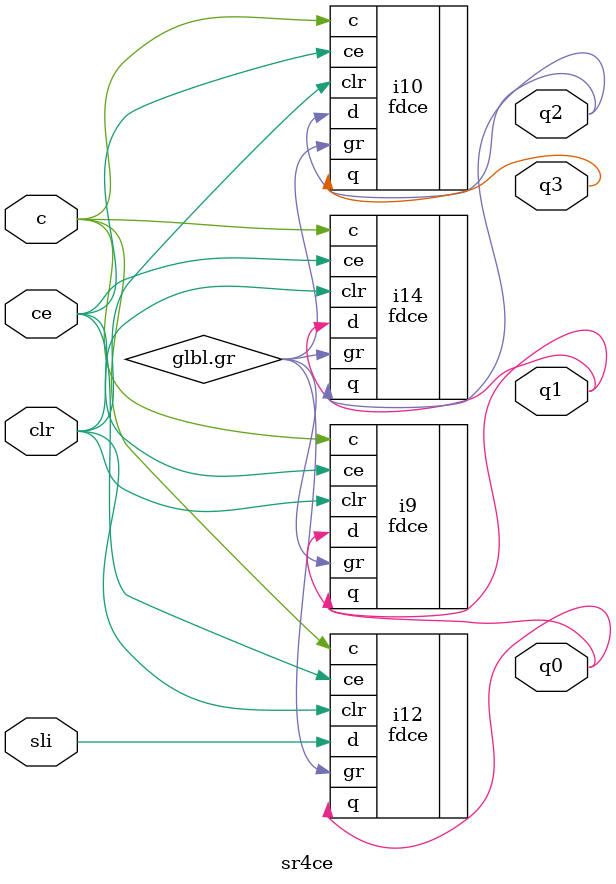
<source format=v>

module sr4ce (q0, q1, q2, q3, c, ce, clr, sli );
// generated by Concept HDL Direct Version 1.7 08-Aug-94
// on Wed Sep  7 10:42:28 1994
// from /usr3/xiltest/concept/lib/xm3000/sr4ce/logic

  parameter size = 0;

  output  q0;
  output  q1;
  output  q2;
  output  q3;
  input  c;
  input  ce;
  input  clr;
  input  sli;
  // global signal glbl.gr;


// begin instances 

  fdce i9  (.c(c),
	.ce(ce),
	.clr(clr),
	.d(q0),
	.gr(glbl.gr),
	.q(q1));
  defparam i9.size = 1;

  fdce i10  (.c(c),
	.ce(ce),
	.clr(clr),
	.d(q2),
	.gr(glbl.gr),
	.q(q3));
  defparam i10.size = 1;

  fdce i12  (.c(c),
	.ce(ce),
	.clr(clr),
	.d(sli),
	.gr(glbl.gr),
	.q(q0));
  defparam i12.size = 1;

  fdce i14  (.c(c),
	.ce(ce),
	.clr(clr),
	.d(q1),
	.gr(glbl.gr),
	.q(q2));
  defparam i14.size = 1;

endmodule // sr4ce(logic) 

</source>
